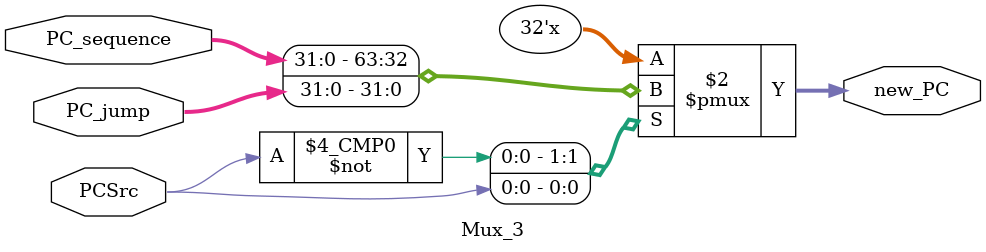
<source format=v>
`timescale 1ns / 1ps

//PC+4 or PC+4+shift
module Mux_3(
    input PCSrc,
    //Ìø×ªµÄµØÖ·
    input [31:0] PC_jump,
    //Ë³ÐòÖ´ÐÐµÄµØÖ·
    input [31:0] PC_sequence,
    output reg [31:0] new_PC
    );
    always@(PCSrc or PC_jump or PC_sequence) begin
    case(PCSrc)
        1'b0: new_PC <= PC_sequence;
        1'b1: new_PC <= PC_jump;
        1'bz: new_PC <= 0;//³õÊ¼»¯²Ù×÷
     endcase
     end
endmodule

</source>
